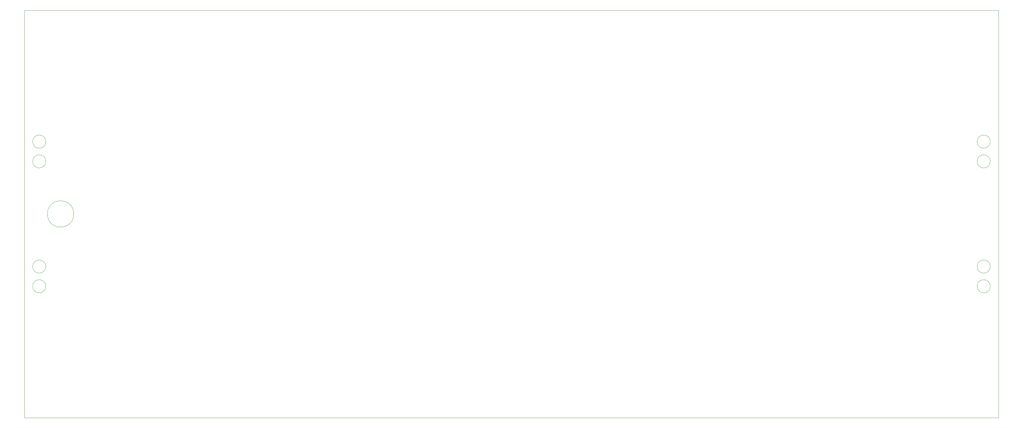
<source format=gm1>
%TF.GenerationSoftware,KiCad,Pcbnew,(5.1.9-0-10_14)*%
%TF.CreationDate,2022-11-18T02:47:43-05:00*%
%TF.ProjectId,5AhG3-18S,35416847-332d-4313-9853-2e6b69636164,rev?*%
%TF.SameCoordinates,Original*%
%TF.FileFunction,Profile,NP*%
%FSLAX46Y46*%
G04 Gerber Fmt 4.6, Leading zero omitted, Abs format (unit mm)*
G04 Created by KiCad (PCBNEW (5.1.9-0-10_14)) date 2022-11-18 02:47:43*
%MOMM*%
%LPD*%
G01*
G04 APERTURE LIST*
%TA.AperFunction,Profile*%
%ADD10C,0.050000*%
%TD*%
G04 APERTURE END LIST*
D10*
X80500000Y-152000000D02*
G75*
G03*
X80500000Y-152000000I-2000000J0D01*
G01*
X80500000Y-158000000D02*
G75*
G03*
X80500000Y-158000000I-2000000J0D01*
G01*
X368000000Y-152000000D02*
G75*
G03*
X368000000Y-152000000I-2000000J0D01*
G01*
X368000000Y-158000000D02*
G75*
G03*
X368000000Y-158000000I-2000000J0D01*
G01*
X368000000Y-114000000D02*
G75*
G03*
X368000000Y-114000000I-2000000J0D01*
G01*
X368000000Y-120000000D02*
G75*
G03*
X368000000Y-120000000I-2000000J0D01*
G01*
X80500000Y-114000000D02*
G75*
G03*
X80500000Y-114000000I-2000000J0D01*
G01*
X80500000Y-120000000D02*
G75*
G03*
X80500000Y-120000000I-2000000J0D01*
G01*
X89000000Y-136000000D02*
G75*
G03*
X89000000Y-136000000I-4000000J0D01*
G01*
X74000000Y-198000000D02*
X74000000Y-74000000D01*
X370500000Y-198000000D02*
X74000000Y-198000000D01*
X370500000Y-74000000D02*
X370500000Y-198000000D01*
X74000000Y-74000000D02*
X370500000Y-74000000D01*
M02*

</source>
